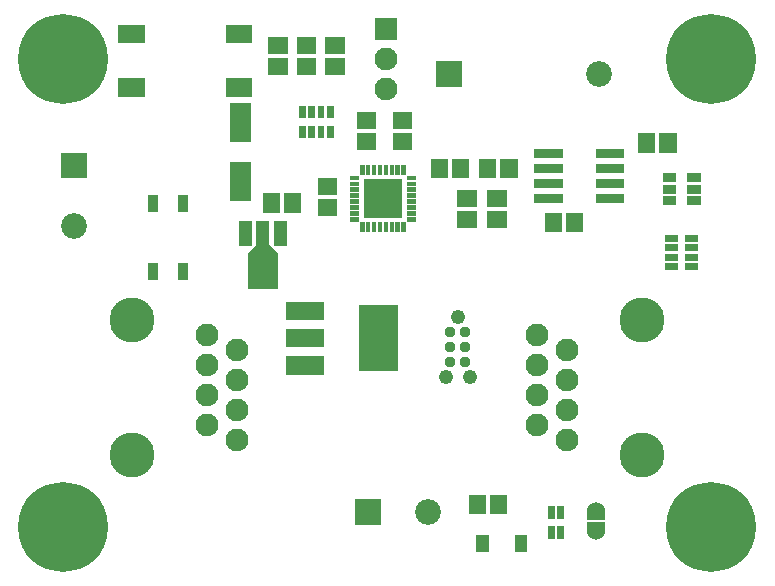
<source format=gbr>
G04 start of page 7 for group -4063 idx -4063 *
G04 Title: (unknown), componentmask *
G04 Creator: pcb 20140316 *
G04 CreationDate: Sun 30 Dec 2018 07:31:13 PM GMT UTC *
G04 For: railfan *
G04 Format: Gerber/RS-274X *
G04 PCB-Dimensions (mil): 2500.00 1900.00 *
G04 PCB-Coordinate-Origin: lower left *
%MOIN*%
%FSLAX25Y25*%
%LNTOPMASK*%
%ADD82R,0.0610X0.0610*%
%ADD81R,0.0690X0.0690*%
%ADD80R,0.0300X0.0300*%
%ADD79C,0.0600*%
%ADD78R,0.0420X0.0420*%
%ADD77R,0.0227X0.0227*%
%ADD76R,0.0620X0.0620*%
%ADD75R,0.1005X0.1005*%
%ADD74R,0.0438X0.0438*%
%ADD73R,0.0330X0.0330*%
%ADD72R,0.1280X0.1280*%
%ADD71C,0.0370*%
%ADD70R,0.0572X0.0572*%
%ADD69R,0.0151X0.0151*%
%ADD68C,0.0860*%
%ADD67C,0.1500*%
%ADD66C,0.0760*%
%ADD65C,0.2997*%
%ADD64C,0.0001*%
%ADD63C,0.0490*%
G54D63*X148500Y87000D03*
X152500Y67000D03*
X144500D03*
G54D64*G36*
X141200Y172300D02*Y163700D01*
X149800D01*
Y172300D01*
X141200D01*
G37*
G54D65*X233000Y173000D03*
Y17000D03*
G54D66*X185000Y46000D03*
X175000Y51000D03*
X185000Y56000D03*
X175000Y61000D03*
G54D67*X210000Y41000D03*
G54D66*X185000Y66000D03*
G54D68*X195500Y168000D03*
G54D66*X175000Y71000D03*
Y81000D03*
X185000Y76000D03*
G54D67*X210000Y86000D03*
G54D66*X75000Y66000D03*
X65000Y61000D03*
X75000Y56000D03*
X65000Y51000D03*
Y81000D03*
X75000Y76000D03*
X65000Y71000D03*
X75000Y46000D03*
G54D64*G36*
X114200Y26300D02*Y17700D01*
X122800D01*
Y26300D01*
X114200D01*
G37*
G54D68*X138500Y22000D03*
G54D67*X40000Y86000D03*
G54D65*X17000Y173000D03*
G54D64*G36*
X16200Y141800D02*Y133200D01*
X24800D01*
Y141800D01*
X16200D01*
G37*
G54D68*X20500Y117500D03*
G54D67*X40000Y41000D03*
G54D65*X17000Y17000D03*
G54D64*G36*
X120700Y186800D02*Y179200D01*
X128300D01*
Y186800D01*
X120700D01*
G37*
G54D66*X124500Y173000D03*
Y163000D03*
G54D69*X113126Y133390D02*X114780D01*
X113126Y131421D02*X114780D01*
G54D70*X104607Y130543D02*X105393D01*
G54D69*X113126Y129453D02*X114780D01*
X113126Y127484D02*X114780D01*
X113126Y125516D02*X114780D01*
G54D70*X104607Y123457D02*X105393D01*
X161107Y119457D02*X161893D01*
X161107Y126543D02*X161893D01*
G54D71*X146000Y82000D03*
X151000D03*
X146000Y77000D03*
X151000D03*
X146000Y72000D03*
X151000D03*
G54D72*X122000Y84500D02*Y75500D01*
G54D73*X47000Y103450D02*Y101050D01*
X57000Y103450D02*Y101050D01*
Y125950D02*Y123550D01*
X47000Y125950D02*Y123550D01*
G54D70*X93500Y125393D02*Y124607D01*
X86414Y125393D02*Y124607D01*
G54D74*X89406Y116984D02*Y112890D01*
X83500Y116984D02*Y105174D01*
X77594Y116984D02*Y112890D01*
G54D75*X83500Y103440D02*Y101550D01*
G54D64*G36*
X85385Y111429D02*X88649Y108165D01*
X86805Y106321D01*
X83541Y109585D01*
X85385Y111429D01*
G37*
G36*
X78351Y108165D02*X81615Y111429D01*
X83459Y109585D01*
X80195Y106321D01*
X78351Y108165D01*
G37*
G54D76*X94300Y89000D02*X100900D01*
X94300Y80000D02*X100900D01*
X94300Y70900D02*X100900D01*
G54D70*X162043Y24850D02*Y24064D01*
G54D77*X182802Y22860D02*Y20990D01*
X179652Y22860D02*Y20990D01*
G54D70*X154957Y24850D02*Y24064D01*
G54D77*X179652Y16164D02*Y14294D01*
X182802Y16164D02*Y14294D01*
G54D78*X169500Y12100D02*Y10900D01*
X156600Y12100D02*Y10900D01*
G54D79*X194500Y15600D03*
G54D80*X193000Y17100D02*X196000D01*
G54D79*X194500Y22400D03*
G54D80*X193000Y20900D02*X196000D01*
G54D70*X158457Y136893D02*Y136107D01*
X165543Y136893D02*Y136107D01*
X142414Y136893D02*Y136107D01*
X149500Y136893D02*Y136107D01*
G54D69*X130390Y136874D02*Y135220D01*
X128421Y136874D02*Y135220D01*
X126453Y136874D02*Y135220D01*
X124484Y136874D02*Y135220D01*
X122516Y136874D02*Y135220D01*
X120547Y136874D02*Y135220D01*
X118579Y136874D02*Y135220D01*
X116610Y136874D02*Y135220D01*
G54D81*X76000Y135307D02*Y129008D01*
G54D70*X129607Y145457D02*X130393D01*
X129607Y152543D02*X130393D01*
X117607Y145457D02*X118393D01*
X117607Y152543D02*X118393D01*
G54D69*X113126Y123547D02*X114780D01*
X113126Y121579D02*X114780D01*
X113126Y119610D02*X114780D01*
X116610Y117780D02*Y116126D01*
X118579Y117780D02*Y116126D01*
X120547Y117780D02*Y116126D01*
X122516Y117780D02*Y116126D01*
X124484Y117780D02*Y116126D01*
X126453Y117780D02*Y116126D01*
X128421Y117780D02*Y116126D01*
X130390Y117780D02*Y116126D01*
X132220Y119610D02*X133874D01*
X132220Y121579D02*X133874D01*
X132220Y123547D02*X133874D01*
G54D70*X151107Y119457D02*X151893D01*
X151107Y126543D02*X151893D01*
G54D69*X132220Y125516D02*X133874D01*
G54D64*G36*
X119263Y130737D02*Y122263D01*
X127737D01*
Y130737D01*
X119263D01*
G37*
G36*
X117097Y132902D02*Y120097D01*
X129903D01*
Y132902D01*
X117097D01*
G37*
G54D69*X132220Y127484D02*X133874D01*
X132220Y129453D02*X133874D01*
X132220Y131421D02*X133874D01*
X132220Y133390D02*X133874D01*
G54D70*X97607Y170500D02*X98393D01*
X97607Y177586D02*X98393D01*
X107107Y177543D02*X107893D01*
X107107Y170457D02*X107893D01*
G54D77*X106024Y156283D02*Y154413D01*
X102875Y156283D02*Y154413D01*
X99725Y156283D02*Y154413D01*
X96576Y156283D02*Y154413D01*
Y149587D02*Y147717D01*
X99725Y149587D02*Y147717D01*
X102875Y149587D02*Y147717D01*
X106024Y149587D02*Y147717D01*
G54D70*X88107Y177543D02*X88893D01*
G54D82*X74100Y181300D02*X76900D01*
X38200D02*X41000D01*
G54D70*X88107Y170457D02*X88893D01*
G54D82*X74100Y163500D02*X76900D01*
X38200D02*X41000D01*
G54D81*X76000Y154992D02*Y148693D01*
G54D80*X196000Y126500D02*X202500D01*
X196000Y131500D02*X202500D01*
X196000Y136500D02*X202500D01*
X196000Y141500D02*X202500D01*
G54D70*X218543Y145393D02*Y144607D01*
X211457Y145393D02*Y144607D01*
G54D80*X175500Y141500D02*X182000D01*
X175500Y136500D02*X182000D01*
X175500Y131500D02*X182000D01*
X175500Y126500D02*X182000D01*
G54D70*X180414Y118893D02*Y118107D01*
X187500Y118893D02*Y118107D01*
G54D80*X218200Y133500D02*X219800D01*
X226400D02*X228000D01*
X218200Y129600D02*X219800D01*
X218200Y125700D02*X219800D01*
X226400D02*X228000D01*
X226400Y129600D02*X228000D01*
G54D77*X218717Y113224D02*X220587D01*
X218717Y110075D02*X220587D01*
X218717Y106925D02*X220587D01*
X218717Y103776D02*X220587D01*
X225413D02*X227283D01*
X225413Y106925D02*X227283D01*
X225413Y110075D02*X227283D01*
X225413Y113224D02*X227283D01*
M02*

</source>
